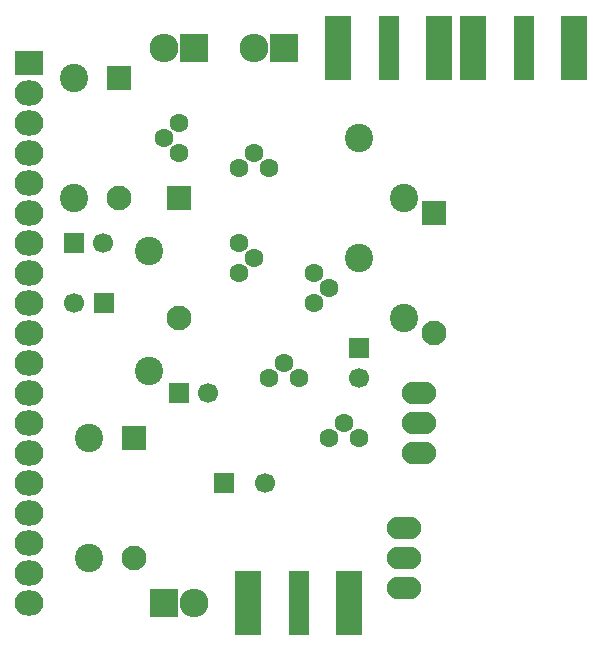
<source format=gts>
G04 #@! TF.FileFunction,Soldermask,Top*
%FSLAX46Y46*%
G04 Gerber Fmt 4.6, Leading zero omitted, Abs format (unit mm)*
G04 Created by KiCad (PCBNEW 4.0.4+e1-6308~48~ubuntu16.04.1-stable) date Thu Dec  1 19:25:44 2016*
%MOMM*%
%LPD*%
G01*
G04 APERTURE LIST*
%ADD10C,0.100000*%
%ADD11R,2.178000X5.480000*%
%ADD12R,1.670000X5.480000*%
%ADD13R,2.432000X2.127200*%
%ADD14O,2.432000X2.127200*%
%ADD15C,2.398980*%
%ADD16C,2.099260*%
%ADD17R,2.099260X2.099260*%
%ADD18C,1.600000*%
%ADD19R,1.700000X1.700000*%
%ADD20C,1.700000*%
%ADD21R,2.432000X2.432000*%
%ADD22O,2.432000X2.432000*%
%ADD23O,2.899360X1.901140*%
G04 APERTURE END LIST*
D10*
D11*
X76644500Y-80010000D03*
X68135500Y-80010000D03*
D12*
X72390000Y-80010000D03*
D11*
X60515500Y-127000000D03*
X69024500Y-127000000D03*
D12*
X64770000Y-127000000D03*
D11*
X88074500Y-80010000D03*
X79565500Y-80010000D03*
D12*
X83820000Y-80010000D03*
D13*
X41910000Y-81280000D03*
D14*
X41910000Y-83820000D03*
X41910000Y-86360000D03*
X41910000Y-88900000D03*
X41910000Y-91440000D03*
X41910000Y-93980000D03*
X41910000Y-96520000D03*
X41910000Y-99060000D03*
X41910000Y-101600000D03*
X41910000Y-104140000D03*
X41910000Y-106680000D03*
X41910000Y-109220000D03*
X41910000Y-111760000D03*
X41910000Y-114300000D03*
X41910000Y-116840000D03*
X41910000Y-119380000D03*
X41910000Y-121920000D03*
X41910000Y-124460000D03*
X41910000Y-127000000D03*
D15*
X69850000Y-87630000D03*
X69850000Y-97790000D03*
X73660000Y-92710000D03*
X73660000Y-102870000D03*
X46990000Y-113030000D03*
X46990000Y-123190000D03*
X52070000Y-107315000D03*
X52070000Y-97155000D03*
X45720000Y-82550000D03*
X45720000Y-92710000D03*
D16*
X50802540Y-123190520D03*
D17*
X50802540Y-113030520D03*
D16*
X76202540Y-104140520D03*
D17*
X76202540Y-93980520D03*
D16*
X49532540Y-92710520D03*
D17*
X49532540Y-82550520D03*
D16*
X54612540Y-102870520D03*
D17*
X54612540Y-92710520D03*
D18*
X64770000Y-107950000D03*
X63500000Y-106680000D03*
X62230000Y-107950000D03*
X66040000Y-101600000D03*
X67310000Y-100330000D03*
X66040000Y-99060000D03*
X69850000Y-113030000D03*
X68580000Y-111760000D03*
X67310000Y-113030000D03*
X62230000Y-90170000D03*
X60960000Y-88900000D03*
X59690000Y-90170000D03*
X54610000Y-86360000D03*
X53340000Y-87630000D03*
X54610000Y-88900000D03*
X59690000Y-99060000D03*
X60960000Y-97790000D03*
X59690000Y-96520000D03*
D19*
X48260000Y-101600000D03*
D20*
X45760000Y-101600000D03*
D19*
X54610000Y-109220000D03*
D20*
X57110000Y-109220000D03*
X61920000Y-116840000D03*
D19*
X58420000Y-116840000D03*
X69850000Y-105410000D03*
D20*
X69850000Y-107910000D03*
D19*
X45720000Y-96520000D03*
D20*
X48220000Y-96520000D03*
D21*
X53340000Y-127000000D03*
D22*
X55880000Y-127000000D03*
D21*
X55880000Y-80010000D03*
D22*
X53340000Y-80010000D03*
D21*
X63500000Y-80010000D03*
D22*
X60960000Y-80010000D03*
D23*
X74930000Y-111760000D03*
X74930000Y-114300000D03*
X74930000Y-109220000D03*
X73660000Y-123190000D03*
X73660000Y-120650000D03*
X73660000Y-125730000D03*
M02*

</source>
